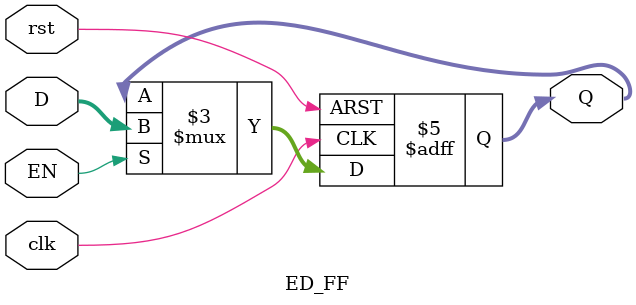
<source format=v>
module ED_FF #(parameter W = 32) (
    input clk,rst,EN,
    input [W-1:0] D,
    output reg [W-1:0] Q);

    always @(posedge clk or negedge rst) begin
        if (!rst) begin
            Q <= 0;
        end
        else if (EN) begin
            Q <= D;
        end
    end
endmodule
</source>
